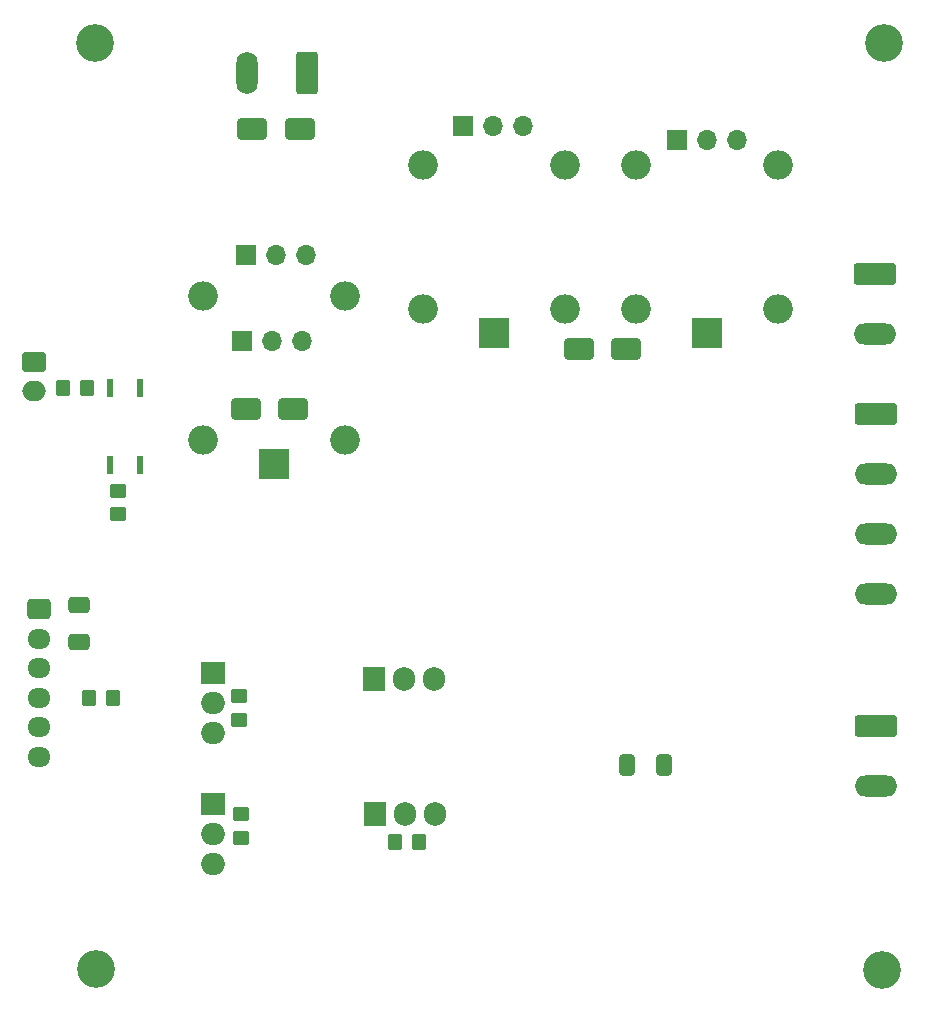
<source format=gbr>
G04 #@! TF.GenerationSoftware,KiCad,Pcbnew,7.0.9*
G04 #@! TF.CreationDate,2024-03-04T19:45:03+05:30*
G04 #@! TF.ProjectId,Chg_Dschg Controller,4368675f-4473-4636-9867-20436f6e7472,rev?*
G04 #@! TF.SameCoordinates,Original*
G04 #@! TF.FileFunction,Soldermask,Bot*
G04 #@! TF.FilePolarity,Negative*
%FSLAX45Y45*%
G04 Gerber Fmt 4.5, Leading zero omitted, Abs format (unit mm)*
G04 Created by KiCad (PCBNEW 7.0.9) date 2024-03-04 19:45:03*
%MOMM*%
%LPD*%
G01*
G04 APERTURE LIST*
G04 Aperture macros list*
%AMRoundRect*
0 Rectangle with rounded corners*
0 $1 Rounding radius*
0 $2 $3 $4 $5 $6 $7 $8 $9 X,Y pos of 4 corners*
0 Add a 4 corners polygon primitive as box body*
4,1,4,$2,$3,$4,$5,$6,$7,$8,$9,$2,$3,0*
0 Add four circle primitives for the rounded corners*
1,1,$1+$1,$2,$3*
1,1,$1+$1,$4,$5*
1,1,$1+$1,$6,$7*
1,1,$1+$1,$8,$9*
0 Add four rect primitives between the rounded corners*
20,1,$1+$1,$2,$3,$4,$5,0*
20,1,$1+$1,$4,$5,$6,$7,0*
20,1,$1+$1,$6,$7,$8,$9,0*
20,1,$1+$1,$8,$9,$2,$3,0*%
G04 Aperture macros list end*
%ADD10C,3.200000*%
%ADD11R,2.500000X2.500000*%
%ADD12O,2.500000X2.500000*%
%ADD13RoundRect,0.250000X-1.550000X0.650000X-1.550000X-0.650000X1.550000X-0.650000X1.550000X0.650000X0*%
%ADD14O,3.600000X1.800000*%
%ADD15RoundRect,0.250000X-0.750000X0.600000X-0.750000X-0.600000X0.750000X-0.600000X0.750000X0.600000X0*%
%ADD16O,2.000000X1.700000*%
%ADD17R,1.905000X2.000000*%
%ADD18O,1.905000X2.000000*%
%ADD19RoundRect,0.250000X0.650000X1.550000X-0.650000X1.550000X-0.650000X-1.550000X0.650000X-1.550000X0*%
%ADD20O,1.800000X3.600000*%
%ADD21R,2.000000X1.905000*%
%ADD22O,2.000000X1.905000*%
%ADD23RoundRect,0.250000X-0.725000X0.600000X-0.725000X-0.600000X0.725000X-0.600000X0.725000X0.600000X0*%
%ADD24O,1.950000X1.700000*%
%ADD25RoundRect,0.250000X0.450000X-0.350000X0.450000X0.350000X-0.450000X0.350000X-0.450000X-0.350000X0*%
%ADD26RoundRect,0.250000X0.650000X-0.412500X0.650000X0.412500X-0.650000X0.412500X-0.650000X-0.412500X0*%
%ADD27RoundRect,0.250000X0.350000X0.450000X-0.350000X0.450000X-0.350000X-0.450000X0.350000X-0.450000X0*%
%ADD28R,1.700000X1.700000*%
%ADD29O,1.700000X1.700000*%
%ADD30RoundRect,0.250000X-1.000000X-0.650000X1.000000X-0.650000X1.000000X0.650000X-1.000000X0.650000X0*%
%ADD31RoundRect,0.250000X1.000000X0.650000X-1.000000X0.650000X-1.000000X-0.650000X1.000000X-0.650000X0*%
%ADD32RoundRect,0.250000X0.412500X0.650000X-0.412500X0.650000X-0.412500X-0.650000X0.412500X-0.650000X0*%
%ADD33RoundRect,0.137500X-0.137500X0.662500X-0.137500X-0.662500X0.137500X-0.662500X0.137500X0.662500X0*%
G04 APERTURE END LIST*
D10*
G04 #@! TO.C,H1*
X4856300Y-2915000D03*
G04 #@! TD*
D11*
G04 #@! TO.C,K2*
X10040000Y-5367750D03*
D12*
X10640000Y-5167750D03*
X10640000Y-3947750D03*
X9440000Y-3947750D03*
X9440000Y-5167750D03*
G04 #@! TD*
D13*
G04 #@! TO.C,J4*
X11470750Y-8692750D03*
D14*
X11470750Y-9200750D03*
G04 #@! TD*
D13*
G04 #@! TO.C,J3*
X11460750Y-4872750D03*
D14*
X11460750Y-5380750D03*
G04 #@! TD*
D10*
G04 #@! TO.C,H2*
X11536600Y-2915000D03*
G04 #@! TD*
G04 #@! TO.C,H4*
X11525000Y-10761660D03*
G04 #@! TD*
D15*
G04 #@! TO.C,J2*
X4340000Y-5610000D03*
D16*
X4340000Y-5860000D03*
G04 #@! TD*
D13*
G04 #@! TO.C,J10*
X11470000Y-6055000D03*
D14*
X11470000Y-6563000D03*
X11470000Y-7071000D03*
X11470000Y-7579000D03*
G04 #@! TD*
D17*
G04 #@! TO.C,Q2*
X7221000Y-8294500D03*
D18*
X7475000Y-8294500D03*
X7729000Y-8294500D03*
G04 #@! TD*
D11*
G04 #@! TO.C,K1*
X6375000Y-6477750D03*
D12*
X6975000Y-6277750D03*
X6975000Y-5057750D03*
X5775000Y-5057750D03*
X5775000Y-6277750D03*
G04 #@! TD*
D19*
G04 #@! TO.C,J5*
X6652250Y-3169250D03*
D20*
X6144250Y-3169250D03*
G04 #@! TD*
D21*
G04 #@! TO.C,Q1*
X5855500Y-9356000D03*
D22*
X5855500Y-9610000D03*
X5855500Y-9864000D03*
G04 #@! TD*
D21*
G04 #@! TO.C,Q5*
X5855500Y-8246000D03*
D22*
X5855500Y-8500000D03*
X5855500Y-8754000D03*
G04 #@! TD*
D17*
G04 #@! TO.C,Q3*
X7226000Y-9439500D03*
D18*
X7480000Y-9439500D03*
X7734000Y-9439500D03*
G04 #@! TD*
D23*
G04 #@! TO.C,J1*
X4383900Y-7705200D03*
D24*
X4383900Y-7955200D03*
X4383900Y-8205200D03*
X4383900Y-8455200D03*
X4383900Y-8705200D03*
X4383900Y-8955200D03*
G04 #@! TD*
D10*
G04 #@! TO.C,H3*
X4870000Y-10750000D03*
G04 #@! TD*
D11*
G04 #@! TO.C,K3*
X8235000Y-5367750D03*
D12*
X8835000Y-5167750D03*
X8835000Y-3947750D03*
X7635000Y-3947750D03*
X7635000Y-5167750D03*
G04 #@! TD*
D25*
G04 #@! TO.C,R7*
X6090000Y-9645000D03*
X6090000Y-9445000D03*
G04 #@! TD*
D26*
G04 #@! TO.C,C4*
X4720000Y-7986250D03*
X4720000Y-7673750D03*
G04 #@! TD*
D27*
G04 #@! TO.C,R5*
X7600000Y-9675000D03*
X7400000Y-9675000D03*
G04 #@! TD*
D25*
G04 #@! TO.C,R8*
X5050000Y-6905000D03*
X5050000Y-6705000D03*
G04 #@! TD*
D28*
G04 #@! TO.C,J6*
X6132500Y-4710000D03*
D29*
X6386500Y-4710000D03*
X6640500Y-4710000D03*
G04 #@! TD*
D30*
G04 #@! TO.C,D1*
X6190000Y-3643500D03*
X6590000Y-3643500D03*
G04 #@! TD*
D28*
G04 #@! TO.C,J7*
X6102500Y-5435000D03*
D29*
X6356500Y-5435000D03*
X6610500Y-5435000D03*
G04 #@! TD*
D28*
G04 #@! TO.C,J8*
X9782500Y-3735000D03*
D29*
X10036500Y-3735000D03*
X10290500Y-3735000D03*
G04 #@! TD*
D31*
G04 #@! TO.C,D4*
X9355000Y-5505000D03*
X8955000Y-5505000D03*
G04 #@! TD*
D25*
G04 #@! TO.C,R2*
X6080000Y-8645000D03*
X6080000Y-8445000D03*
G04 #@! TD*
D30*
G04 #@! TO.C,D3*
X6135000Y-6015000D03*
X6535000Y-6015000D03*
G04 #@! TD*
D32*
G04 #@! TO.C,C5*
X9676250Y-9030000D03*
X9363750Y-9030000D03*
G04 #@! TD*
D27*
G04 #@! TO.C,R3*
X5010000Y-8455000D03*
X4810000Y-8455000D03*
G04 #@! TD*
D33*
G04 #@! TO.C,U1*
X4988000Y-5835000D03*
X5242000Y-5835000D03*
X5242000Y-6485000D03*
X4988000Y-6485000D03*
G04 #@! TD*
D28*
G04 #@! TO.C,J9*
X7975000Y-3620000D03*
D29*
X8229000Y-3620000D03*
X8483000Y-3620000D03*
G04 #@! TD*
D27*
G04 #@! TO.C,R1*
X4790000Y-5835000D03*
X4590000Y-5835000D03*
G04 #@! TD*
M02*

</source>
